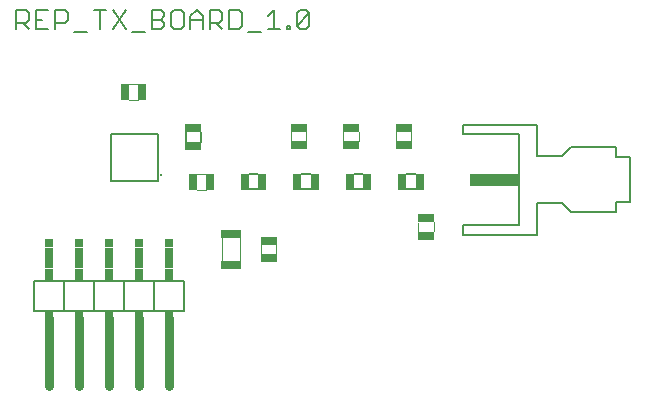
<source format=gto>
G75*
%MOIN*%
%OFA0B0*%
%FSLAX25Y25*%
%IPPOS*%
%LPD*%
%AMOC8*
5,1,8,0,0,1.08239X$1,22.5*
%
%ADD10C,0.00600*%
%ADD11C,0.00400*%
%ADD12R,0.02953X0.05709*%
%ADD13R,0.06693X0.02953*%
%ADD14R,0.05709X0.02953*%
%ADD15C,0.03000*%
%ADD16R,0.03000X0.02000*%
%ADD17R,0.03000X0.04000*%
%ADD18R,0.03000X0.03000*%
%ADD19R,0.03000X0.07000*%
%ADD20R,0.02559X0.05512*%
%ADD21R,0.05512X0.02559*%
%ADD22C,0.00500*%
%ADD23C,0.01181*%
%ADD24C,0.00800*%
%ADD25R,0.16043X0.03937*%
D10*
X0013193Y0027500D02*
X0023193Y0027500D01*
X0033193Y0027500D01*
X0043193Y0027500D01*
X0053193Y0027500D01*
X0063193Y0027500D01*
X0063193Y0037500D01*
X0053193Y0037500D01*
X0043193Y0037500D01*
X0033193Y0037500D01*
X0023193Y0037500D01*
X0013193Y0037500D01*
X0013193Y0027500D01*
X0023193Y0027500D02*
X0023193Y0037500D01*
X0033193Y0037500D02*
X0033193Y0027500D01*
X0043193Y0027500D02*
X0043193Y0037500D01*
X0053193Y0037500D02*
X0053193Y0027500D01*
X0084886Y0068002D02*
X0088114Y0068002D01*
X0088114Y0073002D02*
X0084886Y0073002D01*
X0069000Y0083888D02*
X0069000Y0087116D01*
X0064000Y0087116D02*
X0064000Y0083888D01*
X0102386Y0073002D02*
X0105614Y0073002D01*
X0105614Y0068002D02*
X0102386Y0068002D01*
X0119886Y0068002D02*
X0123114Y0068002D01*
X0123114Y0073002D02*
X0119886Y0073002D01*
X0137386Y0073002D02*
X0140614Y0073002D01*
X0140614Y0068002D02*
X0137386Y0068002D01*
X0089041Y0120359D02*
X0084771Y0120359D01*
X0082596Y0122495D02*
X0081528Y0121427D01*
X0078325Y0121427D01*
X0078325Y0127832D01*
X0081528Y0127832D01*
X0082596Y0126765D01*
X0082596Y0122495D01*
X0076150Y0121427D02*
X0074015Y0123562D01*
X0075083Y0123562D02*
X0071880Y0123562D01*
X0069705Y0124630D02*
X0065434Y0124630D01*
X0065434Y0125697D02*
X0067570Y0127832D01*
X0069705Y0125697D01*
X0069705Y0121427D01*
X0071880Y0121427D02*
X0071880Y0127832D01*
X0075083Y0127832D01*
X0076150Y0126765D01*
X0076150Y0124630D01*
X0075083Y0123562D01*
X0065434Y0121427D02*
X0065434Y0125697D01*
X0063259Y0126765D02*
X0062192Y0127832D01*
X0060057Y0127832D01*
X0058989Y0126765D01*
X0058989Y0122495D01*
X0060057Y0121427D01*
X0062192Y0121427D01*
X0063259Y0122495D01*
X0063259Y0126765D01*
X0056814Y0126765D02*
X0056814Y0125697D01*
X0055746Y0124630D01*
X0052543Y0124630D01*
X0052543Y0127832D02*
X0052543Y0121427D01*
X0055746Y0121427D01*
X0056814Y0122495D01*
X0056814Y0123562D01*
X0055746Y0124630D01*
X0056814Y0126765D02*
X0055746Y0127832D01*
X0052543Y0127832D01*
X0043923Y0127832D02*
X0039652Y0121427D01*
X0043923Y0121427D02*
X0039652Y0127832D01*
X0037477Y0127832D02*
X0033207Y0127832D01*
X0035342Y0127832D02*
X0035342Y0121427D01*
X0031032Y0120359D02*
X0026761Y0120359D01*
X0023519Y0123562D02*
X0020316Y0123562D01*
X0020316Y0121427D02*
X0020316Y0127832D01*
X0023519Y0127832D01*
X0024586Y0126765D01*
X0024586Y0124630D01*
X0023519Y0123562D01*
X0018141Y0121427D02*
X0013870Y0121427D01*
X0013870Y0127832D01*
X0018141Y0127832D01*
X0016006Y0124630D02*
X0013870Y0124630D01*
X0011695Y0124630D02*
X0010628Y0123562D01*
X0007425Y0123562D01*
X0009560Y0123562D02*
X0011695Y0121427D01*
X0011695Y0124630D02*
X0011695Y0126765D01*
X0010628Y0127832D01*
X0007425Y0127832D01*
X0007425Y0121427D01*
X0046098Y0120359D02*
X0050368Y0120359D01*
X0091216Y0121427D02*
X0095487Y0121427D01*
X0093352Y0121427D02*
X0093352Y0127832D01*
X0091216Y0125697D01*
X0097662Y0122495D02*
X0097662Y0121427D01*
X0098730Y0121427D01*
X0098730Y0122495D01*
X0097662Y0122495D01*
X0100885Y0122495D02*
X0101952Y0121427D01*
X0104087Y0121427D01*
X0105155Y0122495D01*
X0105155Y0126765D01*
X0100885Y0122495D01*
X0100885Y0126765D01*
X0101952Y0127832D01*
X0104087Y0127832D01*
X0105155Y0126765D01*
D11*
X0047902Y0103100D02*
X0045000Y0103100D01*
X0045000Y0097904D02*
X0048000Y0097904D01*
X0067500Y0073100D02*
X0070500Y0073100D01*
X0070500Y0067904D02*
X0067598Y0067904D01*
X0075902Y0051801D02*
X0075902Y0044203D01*
X0082098Y0044203D02*
X0082098Y0051801D01*
X0088902Y0049404D02*
X0088902Y0046502D01*
X0094098Y0046502D02*
X0094098Y0049502D01*
X0141402Y0054002D02*
X0141402Y0056904D01*
X0146598Y0057002D02*
X0146598Y0054002D01*
X0139098Y0084100D02*
X0139098Y0087002D01*
X0133902Y0087002D02*
X0133902Y0084002D01*
X0121598Y0084100D02*
X0121598Y0087002D01*
X0116402Y0087002D02*
X0116402Y0084002D01*
X0104098Y0084100D02*
X0104098Y0087002D01*
X0098902Y0087002D02*
X0098902Y0084002D01*
D12*
X0071877Y0070506D03*
X0066177Y0070506D03*
X0049323Y0100497D03*
X0043623Y0100497D03*
D13*
X0078996Y0053225D03*
X0079004Y0042779D03*
D14*
X0091505Y0045125D03*
X0091505Y0050825D03*
X0101495Y0082679D03*
X0101495Y0088379D03*
X0118995Y0088379D03*
X0118995Y0082679D03*
X0136495Y0082679D03*
X0136495Y0088379D03*
X0144005Y0058325D03*
X0144005Y0052625D03*
D15*
X0018193Y0025000D02*
X0018193Y0002500D01*
X0028193Y0002500D02*
X0028193Y0025000D01*
X0038193Y0025000D02*
X0038193Y0002500D01*
X0048193Y0002500D02*
X0048193Y0025000D01*
X0058193Y0025000D02*
X0058193Y0002500D01*
D16*
X0058193Y0026500D03*
X0048193Y0026500D03*
X0038193Y0026500D03*
X0028193Y0026500D03*
X0018193Y0026500D03*
D17*
X0018193Y0039500D03*
X0028193Y0039500D03*
X0038193Y0039500D03*
X0048193Y0039500D03*
X0058193Y0039500D03*
D18*
X0058193Y0050000D03*
X0048193Y0050000D03*
X0038193Y0050000D03*
X0028193Y0050000D03*
X0018193Y0050000D03*
D19*
X0018193Y0045000D03*
X0028193Y0045000D03*
X0038193Y0045000D03*
X0048193Y0045000D03*
X0058193Y0045000D03*
D20*
X0083580Y0070508D03*
X0089380Y0070508D03*
X0101080Y0070508D03*
X0106880Y0070508D03*
X0118580Y0070508D03*
X0124380Y0070508D03*
X0136080Y0070508D03*
X0141880Y0070508D03*
D21*
X0066494Y0082581D03*
X0066494Y0088381D03*
D22*
X0054817Y0086624D02*
X0054817Y0084262D01*
X0054817Y0086624D02*
X0052455Y0086624D01*
X0054817Y0086624D02*
X0039069Y0086624D01*
X0039069Y0084262D01*
X0039069Y0086624D02*
X0041431Y0086624D01*
X0039069Y0086624D02*
X0039069Y0070876D01*
X0039069Y0073238D01*
X0039069Y0070876D02*
X0041431Y0070876D01*
X0039069Y0070876D02*
X0054817Y0070876D01*
X0052455Y0070876D01*
X0054817Y0070876D02*
X0054817Y0073238D01*
X0054817Y0070876D02*
X0054817Y0086624D01*
D23*
X0055801Y0072844D03*
D24*
X0156421Y0086407D02*
X0175122Y0086407D01*
X0175122Y0056093D01*
X0156421Y0056093D01*
X0156421Y0052943D01*
X0180831Y0052943D01*
X0175122Y0052943D01*
X0180831Y0052943D02*
X0180831Y0063376D01*
X0189295Y0063376D01*
X0192248Y0060423D01*
X0207209Y0060423D01*
X0207209Y0063770D01*
X0211835Y0063770D01*
X0211835Y0078730D01*
X0207209Y0078730D01*
X0207209Y0082077D01*
X0192248Y0082077D01*
X0189295Y0079124D01*
X0180831Y0079124D01*
X0180831Y0089557D01*
X0175122Y0089557D01*
X0180831Y0089557D02*
X0156421Y0089557D01*
X0156421Y0086407D01*
D25*
X0166805Y0071250D03*
M02*

</source>
